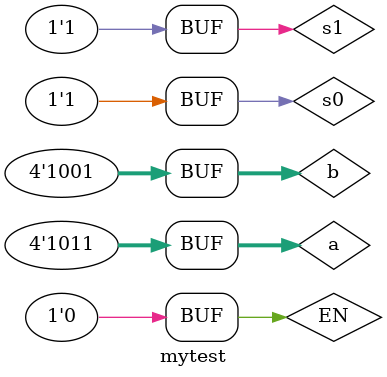
<source format=v>
`timescale 1ns / 1ps


module mytest;

	// Inputs
	reg [3:0] a;
	reg [3:0] b;
	reg s0;
	reg s1;
	reg EN;

	// Outputs
	wire [6:0] Output;
	wire [3:0] output_in_number;

	// Instantiate the Unit Under Test (UUT)
	alu uut (
		.a(a), 
		.b(b), 
		.s0(s0), 
		.s1(s1), 
		.EN(EN), 
		.Output(Output), 
		.output_in_number(output_in_number)
	);

	initial begin
		// Initialize Inputs
		a = 5;
		b = 3;
		s0 = 0;
		s1 = 0;
		EN = 1;

		// Wait 100 ns for global reset to finish
		#5;
        
		// Add stimulus here
		
		a = 12;
		b = 9;
		s0 = 1;
		s1 = 0;
		EN = 1;
      #5;
		
		
		a = 12;
		b = 9;
		s0 = 1;
		s1 = 0;
		EN = 0;
      #5;
		
		
		a = 4;
		b = 11;
		s0 = 0;
		s1 = 1;
		EN = 1;
      #5;
		
		
		
		
		a = 6;
		b = 1;
		s0 = 1;
		s1 = 1;
		EN = 1;
      #5;
		
		
		
		a = 2;
		b = 12;
		s0 = 1;
		s1 = 0;
		EN = 1;
      #5;
		
		
		
		a = 4;
		b = 13;
		s0 = 0;
		s1 = 0;
		EN = 0;
      #5;
		
		
		
		a = 4;
		b = 13;
		s0 = 0;
		s1 = 0;
		EN = 1;
      #5;
		
		
		
		a = 15;
		b = 0;
		s0 = 1;
		s1 = 1;
		EN = 1;
      #5;
		
		
		a = 14;
		b = 8;
		s0 = 0;
		s1 = 1;
		EN = 1;
      #5;
		
		
		a = 10;
		b = 5;
		s0 = 0;
		s1 = 1;
		EN = 1;
      #5;
		
		
		a = 13;
		b = 13;
		s0 = 1;
		s1 = 0;
		EN = 1;
      #5;
		
		
		a = 11;
		b = 9;
		s0 = 1;
		s1 = 1;
		EN = 0;
      #5;
	end
      
endmodule


</source>
